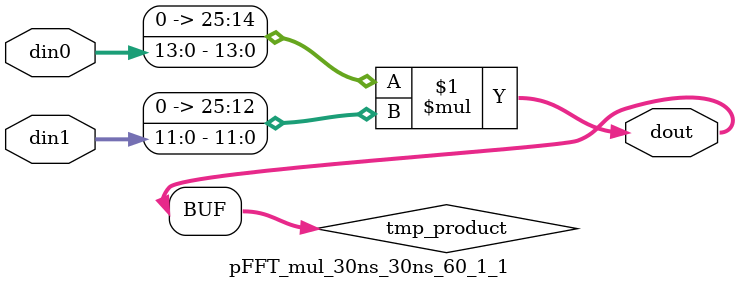
<source format=v>

`timescale 1 ns / 1 ps

 module pFFT_mul_30ns_30ns_60_1_1(din0, din1, dout);
parameter ID = 1;
parameter NUM_STAGE = 0;
parameter din0_WIDTH = 14;
parameter din1_WIDTH = 12;
parameter dout_WIDTH = 26;

input [din0_WIDTH - 1 : 0] din0; 
input [din1_WIDTH - 1 : 0] din1; 
output [dout_WIDTH - 1 : 0] dout;

wire signed [dout_WIDTH - 1 : 0] tmp_product;
























assign tmp_product = $signed({1'b0, din0}) * $signed({1'b0, din1});











assign dout = tmp_product;





















endmodule

</source>
